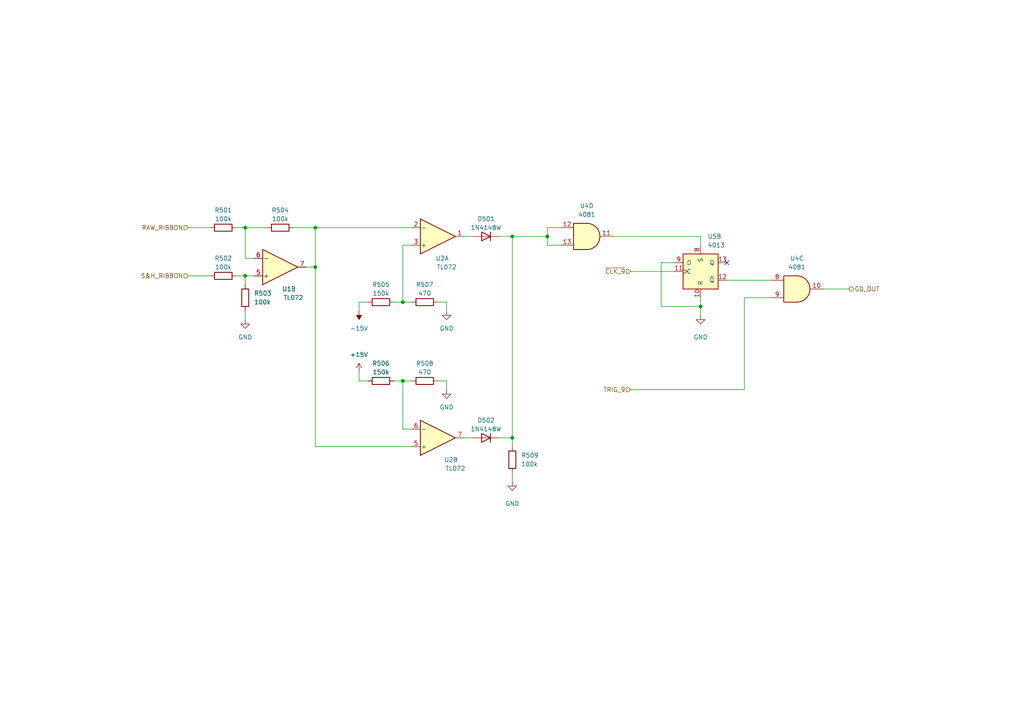
<source format=kicad_sch>
(kicad_sch (version 20211123) (generator eeschema)
  (paper "A4")
  (title_block (title "Josh Ox Ribbon Synth Ribbon board") (date "2022-06-17") (rev "0") (comment 1 "creativecommons.org/licences/by/4.0") (comment 2 "license: CC by 4.0") (comment 3 "Author: Jordan Aceto"))
  (lib_symbols
    (symbol "4xxx:4013" (pin_names (offset 1.016))
      (property "Reference" "U" (at -7.62 8.89 0))
      (property "Value" "4013" (at -7.62 -8.89 0))
      (symbol "4013_1_1"
        (rectangle (start -5.08 5.08) (end 5.08 -5.08) (stroke (width 0.254)) (fill (type background)))
        (pin output line (at 7.62 2.54 180) (length 2.54) (name "Q") (number "1"))
        (pin output line (at 7.62 -2.54 180) (length 2.54) (name "~{Q}") (number "2"))
        (pin input clock (at -7.62 0 0) (length 2.54) (name "C") (number "3"))
        (pin input line (at 0 -7.62 90) (length 2.54) (name "R") (number "4"))
        (pin input line (at -7.62 2.54 0) (length 2.54) (name "D") (number "5"))
        (pin input line (at 0 7.62 270) (length 2.54) (name "S") (number "6"))
      )
      (symbol "4013_2_1"
        (rectangle (start -5.08 5.08) (end 5.08 -5.08) (stroke (width 0.254)) (fill (type background)))
        (pin input line (at 0 -7.62 90) (length 2.54) (name "R") (number "10"))
        (pin input clock (at -7.62 0 0) (length 2.54) (name "C") (number "11"))
        (pin output line (at 7.62 -2.54 180) (length 2.54) (name "~{Q}") (number "12"))
        (pin output line (at 7.62 2.54 180) (length 2.54) (name "Q") (number "13"))
        (pin input line (at 0 7.62 270) (length 2.54) (name "S") (number "8"))
        (pin input line (at -7.62 2.54 0) (length 2.54) (name "D") (number "9"))
      )
      (symbol "4013_3_0"
        (pin power_in line (at 0 10.16 270) (length 2.54) (name "VDD") (number "14"))
        (pin power_in line (at 0 -10.16 90) (length 2.54) (name "VSS") (number "7"))
      )
      (symbol "4013_3_1"
        (rectangle (start -5.08 7.62) (end 5.08 -7.62) (stroke (width 0.254)) (fill (type background)))
      )
    )
    (symbol "4xxx:4081" (pin_names (offset 1.016))
      (property "Reference" "U" (at 0 1.27 0))
      (property "Value" "4081" (at 0 -1.27 0))
      (symbol "4081_1_1"
        (arc (start 0 -3.81) (mid 3.81 0) (end 0 3.81) (stroke (width 0.254)) (fill (type background)))
        (polyline (pts (xy 0 3.81) (xy -3.81 3.81) (xy -3.81 -3.81) (xy 0 -3.81)) (stroke (width 0.254)) (fill (type background)))
        (pin input line (at -7.62 2.54 0) (length 3.81) (name "~") (number "1"))
        (pin input line (at -7.62 -2.54 0) (length 3.81) (name "~") (number "2"))
        (pin output line (at 7.62 0 180) (length 3.81) (name "~") (number "3"))
      )
      (symbol "4081_1_2"
        (arc (start -3.81 -3.81) (mid -2.589 0) (end -3.81 3.81) (stroke (width 0.254)))
        (arc (start -0.6096 -3.81) (mid 2.1842 -2.5851) (end 3.81 0) (stroke (width 0.254)) (fill (type background)))
        (polyline (pts (xy -3.81 -3.81) (xy -0.635 -3.81)) (stroke (width 0.254)) (fill (type background)))
        (polyline (pts (xy -3.81 3.81) (xy -0.635 3.81)) (stroke (width 0.254)) (fill (type background)))
        (polyline (pts (xy -0.635 3.81) (xy -3.81 3.81) (xy -3.81 3.81) (xy -3.556 3.4036) (xy -3.0226 2.2606) (xy -2.6924 1.0414) (xy -2.6162 -0.254) (xy -2.7686 -1.4986) (xy -3.175 -2.7178) (xy -3.81 -3.81) (xy -3.81 -3.81) (xy -0.635 -3.81)) (stroke (width -25.4)) (fill (type background)))
        (arc (start 3.81 0) (mid 2.1915 2.5936) (end -0.6096 3.81) (stroke (width 0.254)) (fill (type background)))
        (pin input inverted (at -7.62 2.54 0) (length 4.318) (name "~") (number "1"))
        (pin input inverted (at -7.62 -2.54 0) (length 4.318) (name "~") (number "2"))
        (pin output inverted (at 7.62 0 180) (length 3.81) (name "~") (number "3"))
      )
      (symbol "4081_2_1"
        (arc (start 0 -3.81) (mid 3.81 0) (end 0 3.81) (stroke (width 0.254)) (fill (type background)))
        (polyline (pts (xy 0 3.81) (xy -3.81 3.81) (xy -3.81 -3.81) (xy 0 -3.81)) (stroke (width 0.254)) (fill (type background)))
        (pin output line (at 7.62 0 180) (length 3.81) (name "~") (number "4"))
        (pin input line (at -7.62 2.54 0) (length 3.81) (name "~") (number "5"))
        (pin input line (at -7.62 -2.54 0) (length 3.81) (name "~") (number "6"))
      )
      (symbol "4081_2_2"
        (arc (start -3.81 -3.81) (mid -2.589 0) (end -3.81 3.81) (stroke (width 0.254)))
        (arc (start -0.6096 -3.81) (mid 2.1842 -2.5851) (end 3.81 0) (stroke (width 0.254)) (fill (type background)))
        (polyline (pts (xy -3.81 -3.81) (xy -0.635 -3.81)) (stroke (width 0.254)) (fill (type background)))
        (polyline (pts (xy -3.81 3.81) (xy -0.635 3.81)) (stroke (width 0.254)) (fill (type background)))
        (polyline (pts (xy -0.635 3.81) (xy -3.81 3.81) (xy -3.81 3.81) (xy -3.556 3.4036) (xy -3.0226 2.2606) (xy -2.6924 1.0414) (xy -2.6162 -0.254) (xy -2.7686 -1.4986) (xy -3.175 -2.7178) (xy -3.81 -3.81) (xy -3.81 -3.81) (xy -0.635 -3.81)) (stroke (width -25.4)) (fill (type background)))
        (arc (start 3.81 0) (mid 2.1915 2.5936) (end -0.6096 3.81) (stroke (width 0.254)) (fill (type background)))
        (pin output inverted (at 7.62 0 180) (length 3.81) (name "~") (number "4"))
        (pin input inverted (at -7.62 2.54 0) (length 4.318) (name "~") (number "5"))
        (pin input inverted (at -7.62 -2.54 0) (length 4.318) (name "~") (number "6"))
      )
      (symbol "4081_3_1"
        (arc (start 0 -3.81) (mid 3.81 0) (end 0 3.81) (stroke (width 0.254)) (fill (type background)))
        (polyline (pts (xy 0 3.81) (xy -3.81 3.81) (xy -3.81 -3.81) (xy 0 -3.81)) (stroke (width 0.254)) (fill (type background)))
        (pin output line (at 7.62 0 180) (length 3.81) (name "~") (number "10"))
        (pin input line (at -7.62 2.54 0) (length 3.81) (name "~") (number "8"))
        (pin input line (at -7.62 -2.54 0) (length 3.81) (name "~") (number "9"))
      )
      (symbol "4081_3_2"
        (arc (start -3.81 -3.81) (mid -2.589 0) (end -3.81 3.81) (stroke (width 0.254)))
        (arc (start -0.6096 -3.81) (mid 2.1842 -2.5851) (end 3.81 0) (stroke (width 0.254)) (fill (type background)))
        (polyline (pts (xy -3.81 -3.81) (xy -0.635 -3.81)) (stroke (width 0.254)) (fill (type background)))
        (polyline (pts (xy -3.81 3.81) (xy -0.635 3.81)) (stroke (width 0.254)) (fill (type background)))
        (polyline (pts (xy -0.635 3.81) (xy -3.81 3.81) (xy -3.81 3.81) (xy -3.556 3.4036) (xy -3.0226 2.2606) (xy -2.6924 1.0414) (xy -2.6162 -0.254) (xy -2.7686 -1.4986) (xy -3.175 -2.7178) (xy -3.81 -3.81) (xy -3.81 -3.81) (xy -0.635 -3.81)) (stroke (width -25.4)) (fill (type background)))
        (arc (start 3.81 0) (mid 2.1915 2.5936) (end -0.6096 3.81) (stroke (width 0.254)) (fill (type background)))
        (pin output inverted (at 7.62 0 180) (length 3.81) (name "~") (number "10"))
        (pin input inverted (at -7.62 2.54 0) (length 4.318) (name "~") (number "8"))
        (pin input inverted (at -7.62 -2.54 0) (length 4.318) (name "~") (number "9"))
      )
      (symbol "4081_4_1"
        (arc (start 0 -3.81) (mid 3.81 0) (end 0 3.81) (stroke (width 0.254)) (fill (type background)))
        (polyline (pts (xy 0 3.81) (xy -3.81 3.81) (xy -3.81 -3.81) (xy 0 -3.81)) (stroke (width 0.254)) (fill (type background)))
        (pin output line (at 7.62 0 180) (length 3.81) (name "~") (number "11"))
        (pin input line (at -7.62 2.54 0) (length 3.81) (name "~") (number "12"))
        (pin input line (at -7.62 -2.54 0) (length 3.81) (name "~") (number "13"))
      )
      (symbol "4081_4_2"
        (arc (start -3.81 -3.81) (mid -2.589 0) (end -3.81 3.81) (stroke (width 0.254)))
        (arc (start -0.6096 -3.81) (mid 2.1842 -2.5851) (end 3.81 0) (stroke (width 0.254)) (fill (type background)))
        (polyline (pts (xy -3.81 -3.81) (xy -0.635 -3.81)) (stroke (width 0.254)) (fill (type background)))
        (polyline (pts (xy -3.81 3.81) (xy -0.635 3.81)) (stroke (width 0.254)) (fill (type background)))
        (polyline (pts (xy -0.635 3.81) (xy -3.81 3.81) (xy -3.81 3.81) (xy -3.556 3.4036) (xy -3.0226 2.2606) (xy -2.6924 1.0414) (xy -2.6162 -0.254) (xy -2.7686 -1.4986) (xy -3.175 -2.7178) (xy -3.81 -3.81) (xy -3.81 -3.81) (xy -0.635 -3.81)) (stroke (width -25.4)) (fill (type background)))
        (arc (start 3.81 0) (mid 2.1915 2.5936) (end -0.6096 3.81) (stroke (width 0.254)) (fill (type background)))
        (pin output inverted (at 7.62 0 180) (length 3.81) (name "~") (number "11"))
        (pin input inverted (at -7.62 2.54 0) (length 4.318) (name "~") (number "12"))
        (pin input inverted (at -7.62 -2.54 0) (length 4.318) (name "~") (number "13"))
      )
      (symbol "4081_5_0"
        (pin power_in line (at 0 12.7 270) (length 5.08) (name "VDD") (number "14"))
        (pin power_in line (at 0 -12.7 90) (length 5.08) (name "VSS") (number "7"))
      )
      (symbol "4081_5_1"
        (rectangle (start -5.08 7.62) (end 5.08 -7.62) (stroke (width 0.254)) (fill (type background)))
      )
    )
    (symbol "Amplifier_Operational:TL072" (pin_names (offset 0.127))
      (property "Reference" "U" (at 0 5.08 0))
      (property "Value" "TL072" (at 0 -5.08 0))
      (symbol "TL072_1_1"
        (polyline (pts (xy -5.08 5.08) (xy 5.08 0) (xy -5.08 -5.08) (xy -5.08 5.08)) (stroke (width 0.254)) (fill (type background)))
        (pin output line (at 7.62 0 180) (length 2.54) (name "~") (number "1"))
        (pin input line (at -7.62 -2.54 0) (length 2.54) (name "-") (number "2"))
        (pin input line (at -7.62 2.54 0) (length 2.54) (name "+") (number "3"))
      )
      (symbol "TL072_2_1"
        (polyline (pts (xy -5.08 5.08) (xy 5.08 0) (xy -5.08 -5.08) (xy -5.08 5.08)) (stroke (width 0.254)) (fill (type background)))
        (pin input line (at -7.62 2.54 0) (length 2.54) (name "+") (number "5"))
        (pin input line (at -7.62 -2.54 0) (length 2.54) (name "-") (number "6"))
        (pin output line (at 7.62 0 180) (length 2.54) (name "~") (number "7"))
      )
      (symbol "TL072_3_1"
        (pin power_in line (at -2.54 -7.62 90) (length 3.81) (name "V-") (number "4"))
        (pin power_in line (at -2.54 7.62 270) (length 3.81) (name "V+") (number "8"))
      )
    )
    (symbol "Device:R" (pin_numbers hide) (pin_names (offset 0))
      (property "Reference" "R" (at 2.032 0 90))
      (property "Value" "R" (at 0 0 90))
      (symbol "R_0_1"
        (rectangle (start -1.016 -2.54) (end 1.016 2.54) (stroke (width 0.254)))
      )
      (symbol "R_1_1"
        (pin passive line (at 0 3.81 270) (length 1.27) (name "~") (number "1"))
        (pin passive line (at 0 -3.81 90) (length 1.27) (name "~") (number "2"))
      )
    )
    (symbol "Diode:1N4148W" (pin_numbers hide) (pin_names (offset 1.016) hide)
      (property "Reference" "D" (at 0 2.54 0))
      (property "Value" "1N4148W" (at 0 -2.54 0))
      (symbol "1N4148W_0_1"
        (polyline (pts (xy -1.27 1.27) (xy -1.27 -1.27)) (stroke (width 0.254)))
        (polyline (pts (xy 1.27 0) (xy -1.27 0)))
        (polyline (pts (xy 1.27 1.27) (xy 1.27 -1.27) (xy -1.27 0) (xy 1.27 1.27)) (stroke (width 0.254)))
      )
      (symbol "1N4148W_1_1"
        (pin passive line (at -3.81 0 0) (length 2.54) (name "K") (number "1"))
        (pin passive line (at 3.81 0 180) (length 2.54) (name "A") (number "2"))
      )
    )
    (symbol "power:+15V" (power) (pin_names (offset 0))
      (property "Value" "+15V" (at 0 3.556 0))
      (symbol "+15V_0_1"
        (polyline (pts (xy -0.762 1.27) (xy 0 2.54)))
        (polyline (pts (xy 0 0) (xy 0 2.54)))
        (polyline (pts (xy 0 2.54) (xy 0.762 1.27)))
      )
      (symbol "+15V_1_1"
        (pin power_in line (at 0 0 90) (length 0) hide (name "+15V") (number "1"))
      )
    )
    (symbol "power:-15V" (power) (pin_names (offset 0))
      (property "Value" "-15V" (at 0 3.81 0))
      (symbol "-15V_0_0"
        (pin power_in line (at 0 0 90) (length 0) hide (name "-15V") (number "1"))
      )
      (symbol "-15V_0_1"
        (polyline (pts (xy 0 0) (xy 0 1.27) (xy 0.762 1.27) (xy 0 2.54) (xy -0.762 1.27) (xy 0 1.27)) (fill (type outline)))
      )
    )
    (symbol "power:GND" (power) (pin_names (offset 0))
      (property "Value" "GND" (at 0 -3.81 0))
      (symbol "GND_0_1"
        (polyline (pts (xy 0 0) (xy 0 -1.27) (xy 1.27 -1.27) (xy 0 -2.54) (xy -1.27 -1.27) (xy 0 -1.27)))
      )
      (symbol "GND_1_1"
        (pin power_in line (at 0 0 270) (length 0) hide (name "GND") (number "1"))
      )
    )
  )
  (junction (at 116.84 110.49))
  (junction (at 148.59 127))
  (junction (at 116.84 87.63))
  (junction (at 91.44 77.47))
  (junction (at 71.12 80.01))
  (junction (at 71.12 66.04))
  (junction (at 148.59 68.58))
  (junction (at 91.44 66.04))
  (junction (at 203.2 88.9))
  (junction (at 158.75 68.58))
  (no_connect (at 210.82 76.2))
  (wire (pts (xy 71.12 66.04) (xy 77.47 66.04)))
  (wire (pts (xy 91.44 77.47) (xy 91.44 66.04)))
  (wire (pts (xy 68.58 66.04) (xy 71.12 66.04)))
  (wire (pts (xy 68.58 80.01) (xy 71.12 80.01)))
  (wire (pts (xy 73.66 74.93) (xy 71.12 74.93)))
  (wire (pts (xy 104.14 87.63) (xy 106.68 87.63)))
  (wire (pts (xy 148.59 137.16) (xy 148.59 139.7)))
  (wire (pts (xy 91.44 129.54) (xy 91.44 77.47)))
  (wire (pts (xy 91.44 66.04) (xy 85.09 66.04)))
  (wire (pts (xy 129.54 90.17) (xy 129.54 87.63)))
  (wire (pts (xy 195.58 76.2) (xy 191.77 76.2)))
  (wire (pts (xy 71.12 74.93) (xy 71.12 66.04)))
  (wire (pts (xy 148.59 127) (xy 148.59 68.58)))
  (wire (pts (xy 148.59 68.58) (xy 144.78 68.58)))
  (wire (pts (xy 116.84 71.12) (xy 116.84 87.63)))
  (wire (pts (xy 104.14 90.17) (xy 104.14 87.63)))
  (wire (pts (xy 119.38 71.12) (xy 116.84 71.12)))
  (wire (pts (xy 215.9 113.03) (xy 215.9 86.36)))
  (wire (pts (xy 210.82 81.28) (xy 223.52 81.28)))
  (wire (pts (xy 119.38 124.46) (xy 116.84 124.46)))
  (wire (pts (xy 116.84 87.63) (xy 114.3 87.63)))
  (wire (pts (xy 158.75 71.12) (xy 158.75 68.58)))
  (wire (pts (xy 134.62 127) (xy 137.16 127)))
  (wire (pts (xy 129.54 87.63) (xy 127 87.63)))
  (wire (pts (xy 129.54 110.49) (xy 127 110.49)))
  (wire (pts (xy 203.2 71.12) (xy 203.2 68.58)))
  (wire (pts (xy 129.54 113.03) (xy 129.54 110.49)))
  (wire (pts (xy 158.75 68.58) (xy 158.75 66.04)))
  (wire (pts (xy 114.3 110.49) (xy 116.84 110.49)))
  (wire (pts (xy 144.78 127) (xy 148.59 127)))
  (wire (pts (xy 148.59 129.54) (xy 148.59 127)))
  (wire (pts (xy 203.2 68.58) (xy 177.8 68.58)))
  (wire (pts (xy 238.76 83.82) (xy 246.38 83.82)))
  (wire (pts (xy 182.88 78.74) (xy 195.58 78.74)))
  (wire (pts (xy 215.9 86.36) (xy 223.52 86.36)))
  (wire (pts (xy 182.88 113.03) (xy 215.9 113.03)))
  (wire (pts (xy 191.77 76.2) (xy 191.77 88.9)))
  (wire (pts (xy 104.14 107.95) (xy 104.14 110.49)))
  (wire (pts (xy 162.56 71.12) (xy 158.75 71.12)))
  (wire (pts (xy 203.2 88.9) (xy 203.2 91.44)))
  (wire (pts (xy 54.61 66.04) (xy 60.96 66.04)))
  (wire (pts (xy 54.61 80.01) (xy 60.96 80.01)))
  (wire (pts (xy 71.12 80.01) (xy 73.66 80.01)))
  (wire (pts (xy 119.38 87.63) (xy 116.84 87.63)))
  (wire (pts (xy 158.75 66.04) (xy 162.56 66.04)))
  (wire (pts (xy 116.84 110.49) (xy 119.38 110.49)))
  (wire (pts (xy 119.38 129.54) (xy 91.44 129.54)))
  (wire (pts (xy 191.77 88.9) (xy 203.2 88.9)))
  (wire (pts (xy 134.62 68.58) (xy 137.16 68.58)))
  (wire (pts (xy 71.12 80.01) (xy 71.12 82.55)))
  (wire (pts (xy 71.12 90.17) (xy 71.12 92.71)))
  (wire (pts (xy 88.9 77.47) (xy 91.44 77.47)))
  (wire (pts (xy 91.44 66.04) (xy 119.38 66.04)))
  (wire (pts (xy 104.14 110.49) (xy 106.68 110.49)))
  (wire (pts (xy 148.59 68.58) (xy 158.75 68.58)))
  (wire (pts (xy 203.2 88.9) (xy 203.2 86.36)))
  (wire (pts (xy 116.84 124.46) (xy 116.84 110.49)))
  (hierarchical_label "S&H_RIBBON" (shape input) (at 54.61 80.01 180))
  (hierarchical_label "TRIG_9" (shape input) (at 182.88 113.03 180))
  (hierarchical_label "~{CLK_9}" (shape input) (at 182.88 78.74 180))
  (hierarchical_label "GD_OUT" (shape output) (at 246.38 83.82 0))
  (hierarchical_label "RAW_RIBBON" (shape input) (at 54.61 66.04 180))
  (symbol (lib_id "Amplifier_Operational:TL072") (at 81.28 77.47 0) (mirror x) (unit 2)
    (property "Reference" "U1" (at 83.82 83.82 0))
    (property "Value" "TL072" (at 85.09 86.36 0))
    (property "Footprint" "Package_SO:SO-8_5.3x6.2mm_P1.27mm" (effects hide))
    (property "Datasheet" "http://www.ti.com/lit/ds/symlink/tl071.pdf" (effects hide))
  )
  (symbol (lib_id "power:GND") (at 129.54 113.03 0) (unit 1)
    (property "Reference" "#PWR0505" (effects hide))
    (property "Value" "GND" (at 129.54 118.11 0))
  )
  (symbol (lib_id "Device:R") (at 123.19 87.63 270) (mirror x) (unit 1)
    (property "Reference" "R507" (at 123.19 82.55 90))
    (property "Value" "470" (at 123.19 85.09 90))
    (property "Footprint" "Resistor_SMD:R_0805_2012Metric" (effects hide))
  )
  (symbol (lib_id "Device:R") (at 64.77 66.04 90) (unit 1)
    (property "Reference" "R501" (at 64.77 60.96 90))
    (property "Value" "100k" (at 64.77 63.5 90))
    (property "Footprint" "Resistor_SMD:R_0805_2012Metric" (effects hide))
  )
  (symbol (lib_id "Device:R") (at 148.59 133.35 0) (unit 1)
    (property "Reference" "R509" (at 151.13 132.0799 0) (effects (justify left)))
    (property "Value" "100k" (at 151.13 134.6199 0) (effects (justify left)))
    (property "Footprint" "Resistor_SMD:R_0805_2012Metric" (effects hide))
  )
  (symbol (lib_id "power:GND") (at 203.2 91.44 0) (unit 1)
    (property "Reference" "#PWR0507" (effects hide))
    (property "Value" "GND" (at 203.2 97.79 0))
  )
  (symbol (lib_id "Device:R") (at 110.49 87.63 270) (mirror x) (unit 1)
    (property "Reference" "R505" (at 110.49 82.55 90))
    (property "Value" "150k" (at 110.49 85.09 90))
    (property "Footprint" "Resistor_SMD:R_0805_2012Metric" (effects hide))
  )
  (symbol (lib_id "power:GND") (at 71.12 92.71 0) (unit 1)
    (property "Reference" "#PWR0501" (effects hide))
    (property "Value" "GND" (at 71.12 97.79 0))
  )
  (symbol (lib_id "4xxx:4081") (at 170.18 68.58 0) (unit 4)
    (property "Reference" "U4" (at 170.18 59.69 0))
    (property "Value" "4081" (at 170.18 62.23 0))
    (property "Footprint" "Package_SO:SOIC-14_3.9x8.7mm_P1.27mm" (effects hide))
    (property "Datasheet" "http://www.intersil.com/content/dam/Intersil/documents/cd40/cd4073bms-81bms-82bms.pdf" (effects hide))
  )
  (symbol (lib_id "power:GND") (at 129.54 90.17 0) (mirror y) (unit 1)
    (property "Reference" "#PWR0504" (effects hide))
    (property "Value" "GND" (at 129.54 95.25 0))
  )
  (symbol (lib_id "Amplifier_Operational:TL072") (at 127 127 0) (mirror x) (unit 2)
    (property "Reference" "U2" (at 130.81 133.35 0))
    (property "Value" "TL072" (at 132.08 135.89 0))
    (property "Footprint" "Package_SO:SO-8_5.3x6.2mm_P1.27mm" (effects hide))
    (property "Datasheet" "http://www.ti.com/lit/ds/symlink/tl071.pdf" (effects hide))
  )
  (symbol (lib_id "Device:R") (at 123.19 110.49 90) (unit 1)
    (property "Reference" "R508" (at 123.19 105.41 90))
    (property "Value" "470" (at 123.19 107.95 90))
    (property "Footprint" "Resistor_SMD:R_0805_2012Metric" (effects hide))
  )
  (symbol (lib_id "Device:R") (at 110.49 110.49 90) (unit 1)
    (property "Reference" "R506" (at 110.49 105.41 90))
    (property "Value" "150k" (at 110.49 107.95 90))
    (property "Footprint" "Resistor_SMD:R_0805_2012Metric" (effects hide))
  )
  (symbol (lib_id "power:-15V") (at 104.14 90.17 0) (mirror x) (unit 1)
    (property "Reference" "#PWR0502" (effects hide))
    (property "Value" "-15V" (at 104.14 95.25 0))
  )
  (symbol (lib_id "Amplifier_Operational:TL072") (at 127 68.58 0) (mirror x) (unit 1)
    (property "Reference" "U2" (at 128.27 74.93 0))
    (property "Value" "TL072" (at 129.54 77.47 0))
    (property "Footprint" "Package_SO:SO-8_5.3x6.2mm_P1.27mm" (effects hide))
    (property "Datasheet" "http://www.ti.com/lit/ds/symlink/tl071.pdf" (effects hide))
  )
  (symbol (lib_id "Device:R") (at 81.28 66.04 90) (unit 1)
    (property "Reference" "R504" (at 81.28 60.96 90))
    (property "Value" "100k" (at 81.28 63.5 90))
    (property "Footprint" "Resistor_SMD:R_0805_2012Metric" (effects hide))
  )
  (symbol (lib_id "Device:R") (at 71.12 86.36 0) (unit 1)
    (property "Reference" "R503" (at 73.66 85.0899 0) (effects (justify left)))
    (property "Value" "100k" (at 73.66 87.6299 0) (effects (justify left)))
    (property "Footprint" "Resistor_SMD:R_0805_2012Metric" (effects hide))
  )
  (symbol (lib_id "Device:R") (at 64.77 80.01 90) (unit 1)
    (property "Reference" "R502" (at 64.77 74.93 90))
    (property "Value" "100k" (at 64.77 77.47 90))
    (property "Footprint" "Resistor_SMD:R_0805_2012Metric" (effects hide))
  )
  (symbol (lib_id "Diode:1N4148W") (at 140.97 68.58 180) (unit 1)
    (property "Reference" "D501" (at 140.97 63.5 0))
    (property "Value" "1N4148W" (at 140.97 66.04 0))
    (property "Footprint" "Diode_SMD:D_SOD-123" (effects hide))
    (property "Datasheet" "https://www.vishay.com/docs/85748/1n4148w.pdf" (effects hide))
  )
  (symbol (lib_id "4xxx:4013") (at 203.2 78.74 0) (unit 2)
    (property "Reference" "U5" (at 205.2194 68.58 0) (effects (justify left)))
    (property "Value" "4013" (at 205.2194 71.12 0) (effects (justify left)))
    (property "Footprint" "Package_SO:SOIC-14_3.9x8.7mm_P1.27mm" (effects hide))
    (property "Datasheet" "http://www.onsemi.com/pub/Collateral/MC14013B-D.PDF" (effects hide))
  )
  (symbol (lib_id "power:GND") (at 148.59 139.7 0) (unit 1)
    (property "Reference" "#PWR0506" (effects hide))
    (property "Value" "GND" (at 148.59 146.05 0))
  )
  (symbol (lib_id "4xxx:4081") (at 231.14 83.82 0) (unit 3)
    (property "Reference" "U4" (at 231.14 74.93 0))
    (property "Value" "4081" (at 231.14 77.47 0))
    (property "Footprint" "Package_SO:SOIC-14_3.9x8.7mm_P1.27mm" (effects hide))
    (property "Datasheet" "http://www.intersil.com/content/dam/Intersil/documents/cd40/cd4073bms-81bms-82bms.pdf" (effects hide))
  )
  (symbol (lib_id "power:+15V") (at 104.14 107.95 0) (unit 1)
    (property "Reference" "#PWR0503" (effects hide))
    (property "Value" "+15V" (at 104.14 102.87 0))
  )
  (symbol (lib_id "Diode:1N4148W") (at 140.97 127 180) (unit 1)
    (property "Reference" "D502" (at 140.97 121.92 0))
    (property "Value" "1N4148W" (at 140.97 124.46 0))
    (property "Footprint" "Diode_SMD:D_SOD-123" (effects hide))
    (property "Datasheet" "https://www.vishay.com/docs/85748/1n4148w.pdf" (effects hide))
  )
)
</source>
